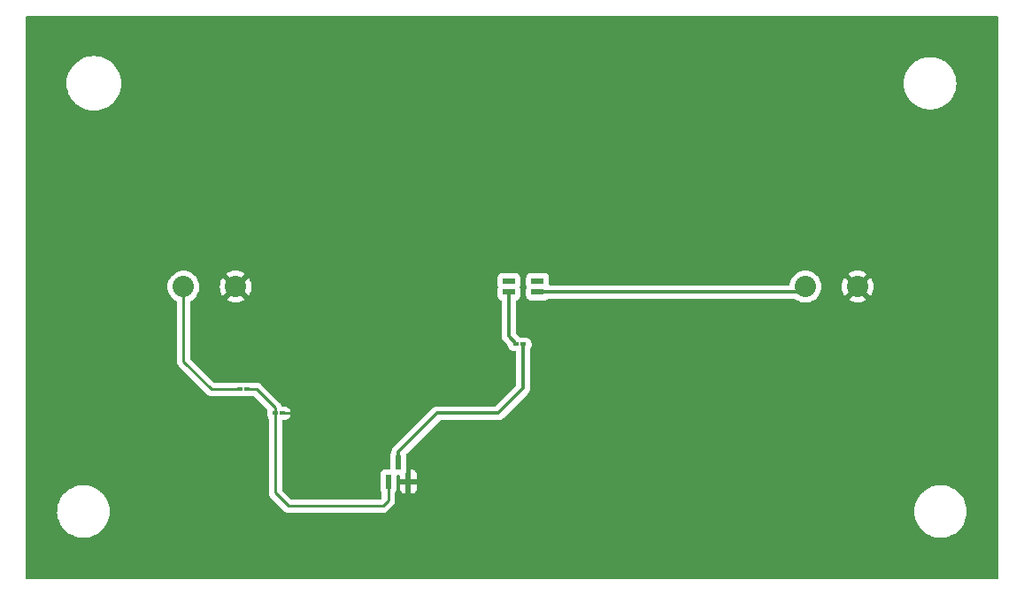
<source format=gbr>
%TF.GenerationSoftware,KiCad,Pcbnew,(6.0.7)*%
%TF.CreationDate,2022-09-23T13:32:51-07:00*%
%TF.ProjectId,saras_ckt,73617261-735f-4636-9b74-2e6b69636164,rev?*%
%TF.SameCoordinates,Original*%
%TF.FileFunction,Copper,L1,Top*%
%TF.FilePolarity,Positive*%
%FSLAX46Y46*%
G04 Gerber Fmt 4.6, Leading zero omitted, Abs format (unit mm)*
G04 Created by KiCad (PCBNEW (6.0.7)) date 2022-09-23 13:32:51*
%MOMM*%
%LPD*%
G01*
G04 APERTURE LIST*
G04 Aperture macros list*
%AMRoundRect*
0 Rectangle with rounded corners*
0 $1 Rounding radius*
0 $2 $3 $4 $5 $6 $7 $8 $9 X,Y pos of 4 corners*
0 Add a 4 corners polygon primitive as box body*
4,1,4,$2,$3,$4,$5,$6,$7,$8,$9,$2,$3,0*
0 Add four circle primitives for the rounded corners*
1,1,$1+$1,$2,$3*
1,1,$1+$1,$4,$5*
1,1,$1+$1,$6,$7*
1,1,$1+$1,$8,$9*
0 Add four rect primitives between the rounded corners*
20,1,$1+$1,$2,$3,$4,$5,0*
20,1,$1+$1,$4,$5,$6,$7,0*
20,1,$1+$1,$6,$7,$8,$9,0*
20,1,$1+$1,$8,$9,$2,$3,0*%
G04 Aperture macros list end*
%TA.AperFunction,SMDPad,CuDef*%
%ADD10RoundRect,0.075000X-0.212500X-0.075000X0.212500X-0.075000X0.212500X0.075000X-0.212500X0.075000X0*%
%TD*%
%TA.AperFunction,ComponentPad*%
%ADD11C,2.032000*%
%TD*%
%TA.AperFunction,SMDPad,CuDef*%
%ADD12R,1.168400X0.558800*%
%TD*%
%TA.AperFunction,SMDPad,CuDef*%
%ADD13R,0.558800X1.320800*%
%TD*%
%TA.AperFunction,Conductor*%
%ADD14C,0.250000*%
%TD*%
%TA.AperFunction,Conductor*%
%ADD15C,0.300000*%
%TD*%
G04 APERTURE END LIST*
D10*
%TO.P,R3,2*%
%TO.N,Net-(R3-Pad2)*%
X148074200Y-131991000D03*
%TO.P,R3,1*%
%TO.N,Net-(LED1-Pad1)*%
X147399200Y-131991000D03*
%TD*%
%TO.P,R2,2*%
%TO.N,GND*%
X125037201Y-138595000D03*
%TO.P,R2,1*%
%TO.N,Net-(R1-Pad2)*%
X124362201Y-138595000D03*
%TD*%
D11*
%TO.P,J2,2,2*%
%TO.N,GND*%
X180076700Y-126475000D03*
%TO.P,J2,1,1*%
%TO.N,Net-(J2-Pad1)*%
X175076700Y-126475000D03*
%TD*%
%TO.P,J1,1,1*%
%TO.N,Net-(J1-Pad1)*%
X115576700Y-126475000D03*
%TO.P,J1,2,2*%
%TO.N,GND*%
X120576700Y-126475000D03*
%TD*%
D10*
%TO.P,R1,2*%
%TO.N,Net-(R1-Pad2)*%
X121658200Y-136309000D03*
%TO.P,R1,1*%
%TO.N,Net-(J1-Pad1)*%
X120983200Y-136309000D03*
%TD*%
D12*
%TO.P,LED1,4*%
%TO.N,N/C*%
X149448300Y-125950000D03*
%TO.P,LED1,3*%
X146705100Y-125950000D03*
%TO.P,LED1,2,2*%
%TO.N,Net-(J2-Pad1)*%
X149448300Y-127000000D03*
%TO.P,LED1,1,1*%
%TO.N,Net-(LED1-Pad1)*%
X146705100Y-127000000D03*
%TD*%
D13*
%TO.P,U1,3,COLLECTOR*%
%TO.N,Net-(R3-Pad2)*%
X136133700Y-143335750D03*
%TO.P,U1,2,EMITTER*%
%TO.N,GND*%
X137086200Y-145128200D03*
%TO.P,U1,1,BASE*%
%TO.N,Net-(R1-Pad2)*%
X135181200Y-145128200D03*
%TD*%
D14*
%TO.N,Net-(J1-Pad1)*%
X118272700Y-136309000D02*
X120983200Y-136309000D01*
X115576700Y-126475000D02*
X115576700Y-133613000D01*
X115576700Y-133613000D02*
X118272700Y-136309000D01*
D15*
%TO.N,Net-(J2-Pad1)*%
X174551700Y-127000000D02*
X175076700Y-126475000D01*
X149448300Y-127000000D02*
X174551700Y-127000000D01*
%TO.N,Net-(LED1-Pad1)*%
X147399200Y-131932900D02*
X146695300Y-131229000D01*
X147399200Y-131991000D02*
X147399200Y-131932900D01*
X146695300Y-131229000D02*
X146705100Y-131219200D01*
X146705100Y-131219200D02*
X146705100Y-127000000D01*
D14*
%TO.N,Net-(R1-Pad2)*%
X124362201Y-138595000D02*
X124362201Y-146208501D01*
X134655700Y-147485000D02*
X135189100Y-146951600D01*
X124362201Y-138080501D02*
X124362201Y-138595000D01*
X121658200Y-136309000D02*
X122590700Y-136309000D01*
X124362201Y-146208501D02*
X125638700Y-147485000D01*
X125638700Y-147485000D02*
X134274700Y-147485000D01*
X135189100Y-146951600D02*
X135181200Y-146943700D01*
X122590700Y-136309000D02*
X124362201Y-138080501D01*
X125638700Y-147485000D02*
X134655700Y-147485000D01*
X135181200Y-146943700D02*
X135181200Y-145128200D01*
D15*
%TO.N,Net-(R3-Pad2)*%
X136133700Y-142324000D02*
X139862700Y-138595000D01*
X136133700Y-142324000D02*
X136133700Y-143335750D01*
X148074200Y-136225500D02*
X148074200Y-131991000D01*
X139862700Y-138595000D02*
X145704700Y-138595000D01*
X145704700Y-138595000D02*
X148074200Y-136225500D01*
%TD*%
%TA.AperFunction,Conductor*%
%TO.N,GND*%
G36*
X193433621Y-100528502D02*
G01*
X193480114Y-100582158D01*
X193491500Y-100634500D01*
X193491500Y-154365500D01*
X193471498Y-154433621D01*
X193417842Y-154480114D01*
X193365500Y-154491500D01*
X100634500Y-154491500D01*
X100566379Y-154471498D01*
X100519886Y-154417842D01*
X100508500Y-154365500D01*
X100508500Y-148000000D01*
X103486540Y-148000000D01*
X103506359Y-148315020D01*
X103565505Y-148625072D01*
X103663044Y-148925266D01*
X103664731Y-148928852D01*
X103664733Y-148928856D01*
X103795750Y-149207283D01*
X103795754Y-149207290D01*
X103797438Y-149210869D01*
X103966568Y-149477375D01*
X104167767Y-149720582D01*
X104397860Y-149936654D01*
X104653221Y-150122184D01*
X104929821Y-150274247D01*
X104933490Y-150275700D01*
X104933495Y-150275702D01*
X105219628Y-150388990D01*
X105223298Y-150390443D01*
X105529025Y-150468940D01*
X105842179Y-150508500D01*
X106157821Y-150508500D01*
X106470975Y-150468940D01*
X106776702Y-150390443D01*
X106780372Y-150388990D01*
X107066505Y-150275702D01*
X107066510Y-150275700D01*
X107070179Y-150274247D01*
X107346779Y-150122184D01*
X107602140Y-149936654D01*
X107832233Y-149720582D01*
X108033432Y-149477375D01*
X108202562Y-149210869D01*
X108204246Y-149207290D01*
X108204250Y-149207283D01*
X108335267Y-148928856D01*
X108335269Y-148928852D01*
X108336956Y-148925266D01*
X108434495Y-148625072D01*
X108493641Y-148315020D01*
X108513460Y-148000000D01*
X108493641Y-147684980D01*
X108434495Y-147374928D01*
X108336956Y-147074734D01*
X108335267Y-147071144D01*
X108204250Y-146792717D01*
X108204246Y-146792710D01*
X108202562Y-146789131D01*
X108033432Y-146522625D01*
X107846447Y-146296600D01*
X107834758Y-146282470D01*
X107834757Y-146282469D01*
X107832233Y-146279418D01*
X107816028Y-146264200D01*
X107703710Y-146158727D01*
X107602140Y-146063346D01*
X107573436Y-146042491D01*
X107491554Y-145983001D01*
X107346779Y-145877816D01*
X107265755Y-145833272D01*
X107073648Y-145727660D01*
X107073647Y-145727659D01*
X107070179Y-145725753D01*
X107066510Y-145724300D01*
X107066505Y-145724298D01*
X106780372Y-145611010D01*
X106780371Y-145611010D01*
X106776702Y-145609557D01*
X106470975Y-145531060D01*
X106157821Y-145491500D01*
X105842179Y-145491500D01*
X105529025Y-145531060D01*
X105223298Y-145609557D01*
X105219629Y-145611010D01*
X105219628Y-145611010D01*
X104933495Y-145724298D01*
X104933490Y-145724300D01*
X104929821Y-145725753D01*
X104926353Y-145727659D01*
X104926352Y-145727660D01*
X104734246Y-145833272D01*
X104653221Y-145877816D01*
X104508446Y-145983001D01*
X104426565Y-146042491D01*
X104397860Y-146063346D01*
X104296290Y-146158727D01*
X104183973Y-146264200D01*
X104167767Y-146279418D01*
X104165243Y-146282469D01*
X104165242Y-146282470D01*
X104153553Y-146296600D01*
X103966568Y-146522625D01*
X103797438Y-146789131D01*
X103795754Y-146792710D01*
X103795750Y-146792717D01*
X103664733Y-147071144D01*
X103663044Y-147074734D01*
X103565505Y-147374928D01*
X103506359Y-147684980D01*
X103506110Y-147688942D01*
X103488986Y-147961134D01*
X103488833Y-147963559D01*
X103486540Y-148000000D01*
X100508500Y-148000000D01*
X100508500Y-126475000D01*
X114047486Y-126475000D01*
X114066313Y-126714222D01*
X114067467Y-126719029D01*
X114067468Y-126719035D01*
X114102743Y-126865963D01*
X114122331Y-126947553D01*
X114214160Y-127169249D01*
X114339540Y-127373849D01*
X114342757Y-127377616D01*
X114342758Y-127377617D01*
X114359411Y-127397115D01*
X114495382Y-127556318D01*
X114677851Y-127712160D01*
X114791815Y-127781998D01*
X114882451Y-127837540D01*
X114881270Y-127839468D01*
X114926056Y-127881816D01*
X114943200Y-127945270D01*
X114943200Y-133534233D01*
X114942673Y-133545416D01*
X114940998Y-133552909D01*
X114941247Y-133560835D01*
X114941247Y-133560836D01*
X114943138Y-133620986D01*
X114943200Y-133624945D01*
X114943200Y-133652856D01*
X114943697Y-133656790D01*
X114943697Y-133656791D01*
X114943705Y-133656856D01*
X114944638Y-133668693D01*
X114946027Y-133712889D01*
X114951678Y-133732339D01*
X114955687Y-133751700D01*
X114958226Y-133771797D01*
X114961145Y-133779168D01*
X114961145Y-133779170D01*
X114974504Y-133812912D01*
X114978349Y-133824142D01*
X114990682Y-133866593D01*
X114994715Y-133873412D01*
X114994717Y-133873417D01*
X115000993Y-133884028D01*
X115009688Y-133901776D01*
X115017148Y-133920617D01*
X115021810Y-133927033D01*
X115021810Y-133927034D01*
X115043136Y-133956387D01*
X115049652Y-133966307D01*
X115072158Y-134004362D01*
X115086479Y-134018683D01*
X115099319Y-134033716D01*
X115111228Y-134050107D01*
X115117334Y-134055158D01*
X115145305Y-134078298D01*
X115154084Y-134086288D01*
X117769048Y-136701253D01*
X117776588Y-136709539D01*
X117780700Y-136716018D01*
X117786477Y-136721443D01*
X117830351Y-136762643D01*
X117833193Y-136765398D01*
X117852930Y-136785135D01*
X117856127Y-136787615D01*
X117865147Y-136795318D01*
X117897379Y-136825586D01*
X117904325Y-136829405D01*
X117904328Y-136829407D01*
X117915134Y-136835348D01*
X117931653Y-136846199D01*
X117947659Y-136858614D01*
X117954928Y-136861759D01*
X117954932Y-136861762D01*
X117988237Y-136876174D01*
X117998887Y-136881391D01*
X118037640Y-136902695D01*
X118045315Y-136904666D01*
X118045316Y-136904666D01*
X118057262Y-136907733D01*
X118075967Y-136914137D01*
X118094555Y-136922181D01*
X118102378Y-136923420D01*
X118102388Y-136923423D01*
X118138224Y-136929099D01*
X118149844Y-136931505D01*
X118184989Y-136940528D01*
X118192670Y-136942500D01*
X118212924Y-136942500D01*
X118232634Y-136944051D01*
X118252643Y-136947220D01*
X118260535Y-136946474D01*
X118296661Y-136943059D01*
X118308519Y-136942500D01*
X120569215Y-136942500D01*
X120602260Y-136949070D01*
X120602766Y-136947183D01*
X120610751Y-136949322D01*
X120618376Y-136952481D01*
X120626560Y-136953558D01*
X120626562Y-136953559D01*
X120728369Y-136966962D01*
X120728370Y-136966962D01*
X120732456Y-136967500D01*
X121233944Y-136967500D01*
X121304256Y-136958243D01*
X121337144Y-136958243D01*
X121407456Y-136967500D01*
X121908944Y-136967500D01*
X121913030Y-136966962D01*
X121913031Y-136966962D01*
X122014838Y-136953559D01*
X122014840Y-136953558D01*
X122023024Y-136952481D01*
X122030649Y-136949322D01*
X122038634Y-136947183D01*
X122039140Y-136949070D01*
X122072185Y-136942500D01*
X122276106Y-136942500D01*
X122344227Y-136962502D01*
X122365201Y-136979405D01*
X123572139Y-138186344D01*
X123606165Y-138248656D01*
X123599453Y-138323657D01*
X123581220Y-138367676D01*
X123566201Y-138481756D01*
X123566201Y-138708244D01*
X123581220Y-138822324D01*
X123640015Y-138964268D01*
X123693882Y-139034468D01*
X123702663Y-139045912D01*
X123728264Y-139112132D01*
X123728701Y-139122616D01*
X123728701Y-146129734D01*
X123728174Y-146140917D01*
X123726499Y-146148410D01*
X123726748Y-146156336D01*
X123726748Y-146156337D01*
X123728639Y-146216487D01*
X123728701Y-146220446D01*
X123728701Y-146248357D01*
X123729198Y-146252291D01*
X123729198Y-146252292D01*
X123729206Y-146252357D01*
X123730139Y-146264194D01*
X123731528Y-146308390D01*
X123737179Y-146327840D01*
X123741188Y-146347201D01*
X123743727Y-146367298D01*
X123746646Y-146374669D01*
X123746646Y-146374671D01*
X123760005Y-146408413D01*
X123763850Y-146419643D01*
X123776183Y-146462094D01*
X123780216Y-146468913D01*
X123780218Y-146468918D01*
X123786494Y-146479529D01*
X123795189Y-146497277D01*
X123802649Y-146516118D01*
X123807311Y-146522534D01*
X123807311Y-146522535D01*
X123828637Y-146551888D01*
X123835153Y-146561808D01*
X123857659Y-146599863D01*
X123871980Y-146614184D01*
X123884820Y-146629217D01*
X123896729Y-146645608D01*
X123902835Y-146650659D01*
X123930806Y-146673799D01*
X123939585Y-146681789D01*
X125135043Y-147877247D01*
X125142587Y-147885537D01*
X125146700Y-147892018D01*
X125152477Y-147897443D01*
X125196367Y-147938658D01*
X125199209Y-147941413D01*
X125218930Y-147961134D01*
X125222125Y-147963612D01*
X125231147Y-147971318D01*
X125263379Y-148001586D01*
X125270328Y-148005406D01*
X125281132Y-148011346D01*
X125297656Y-148022199D01*
X125313659Y-148034613D01*
X125354243Y-148052176D01*
X125364873Y-148057383D01*
X125403640Y-148078695D01*
X125411317Y-148080666D01*
X125411322Y-148080668D01*
X125423258Y-148083732D01*
X125441966Y-148090137D01*
X125460555Y-148098181D01*
X125468383Y-148099421D01*
X125468390Y-148099423D01*
X125504224Y-148105099D01*
X125515844Y-148107505D01*
X125547659Y-148115673D01*
X125558670Y-148118500D01*
X125578924Y-148118500D01*
X125598634Y-148120051D01*
X125618643Y-148123220D01*
X125626535Y-148122474D01*
X125645280Y-148120702D01*
X125662662Y-148119059D01*
X125674519Y-148118500D01*
X134576933Y-148118500D01*
X134588116Y-148119027D01*
X134595609Y-148120702D01*
X134603535Y-148120453D01*
X134603536Y-148120453D01*
X134663686Y-148118562D01*
X134667645Y-148118500D01*
X134695556Y-148118500D01*
X134699491Y-148118003D01*
X134699556Y-148117995D01*
X134711393Y-148117062D01*
X134743651Y-148116048D01*
X134747670Y-148115922D01*
X134755589Y-148115673D01*
X134775043Y-148110021D01*
X134794400Y-148106013D01*
X134806630Y-148104468D01*
X134806631Y-148104468D01*
X134814497Y-148103474D01*
X134821868Y-148100555D01*
X134821870Y-148100555D01*
X134855612Y-148087196D01*
X134866842Y-148083351D01*
X134901683Y-148073229D01*
X134901684Y-148073229D01*
X134909293Y-148071018D01*
X134916112Y-148066985D01*
X134916117Y-148066983D01*
X134926728Y-148060707D01*
X134944476Y-148052012D01*
X134963317Y-148044552D01*
X134983687Y-148029753D01*
X134999087Y-148018564D01*
X135009007Y-148012048D01*
X135029379Y-148000000D01*
X185486540Y-148000000D01*
X185506359Y-148315020D01*
X185565505Y-148625072D01*
X185663044Y-148925266D01*
X185664731Y-148928852D01*
X185664733Y-148928856D01*
X185795750Y-149207283D01*
X185795754Y-149207290D01*
X185797438Y-149210869D01*
X185966568Y-149477375D01*
X186167767Y-149720582D01*
X186397860Y-149936654D01*
X186653221Y-150122184D01*
X186929821Y-150274247D01*
X186933490Y-150275700D01*
X186933495Y-150275702D01*
X187219628Y-150388990D01*
X187223298Y-150390443D01*
X187529025Y-150468940D01*
X187842179Y-150508500D01*
X188157821Y-150508500D01*
X188470975Y-150468940D01*
X188776702Y-150390443D01*
X188780372Y-150388990D01*
X189066505Y-150275702D01*
X189066510Y-150275700D01*
X189070179Y-150274247D01*
X189346779Y-150122184D01*
X189602140Y-149936654D01*
X189832233Y-149720582D01*
X190033432Y-149477375D01*
X190202562Y-149210869D01*
X190204246Y-149207290D01*
X190204250Y-149207283D01*
X190335267Y-148928856D01*
X190335269Y-148928852D01*
X190336956Y-148925266D01*
X190434495Y-148625072D01*
X190493641Y-148315020D01*
X190513460Y-148000000D01*
X190493641Y-147684980D01*
X190434495Y-147374928D01*
X190336956Y-147074734D01*
X190335267Y-147071144D01*
X190204250Y-146792717D01*
X190204246Y-146792710D01*
X190202562Y-146789131D01*
X190033432Y-146522625D01*
X189846447Y-146296600D01*
X189834758Y-146282470D01*
X189834757Y-146282469D01*
X189832233Y-146279418D01*
X189816028Y-146264200D01*
X189703710Y-146158727D01*
X189602140Y-146063346D01*
X189573436Y-146042491D01*
X189491554Y-145983001D01*
X189346779Y-145877816D01*
X189265755Y-145833272D01*
X189073648Y-145727660D01*
X189073647Y-145727659D01*
X189070179Y-145725753D01*
X189066510Y-145724300D01*
X189066505Y-145724298D01*
X188780372Y-145611010D01*
X188780371Y-145611010D01*
X188776702Y-145609557D01*
X188470975Y-145531060D01*
X188157821Y-145491500D01*
X187842179Y-145491500D01*
X187529025Y-145531060D01*
X187223298Y-145609557D01*
X187219629Y-145611010D01*
X187219628Y-145611010D01*
X186933495Y-145724298D01*
X186933490Y-145724300D01*
X186929821Y-145725753D01*
X186926353Y-145727659D01*
X186926352Y-145727660D01*
X186734246Y-145833272D01*
X186653221Y-145877816D01*
X186508446Y-145983001D01*
X186426565Y-146042491D01*
X186397860Y-146063346D01*
X186296290Y-146158727D01*
X186183973Y-146264200D01*
X186167767Y-146279418D01*
X186165243Y-146282469D01*
X186165242Y-146282470D01*
X186153553Y-146296600D01*
X185966568Y-146522625D01*
X185797438Y-146789131D01*
X185795754Y-146792710D01*
X185795750Y-146792717D01*
X185664733Y-147071144D01*
X185663044Y-147074734D01*
X185565505Y-147374928D01*
X185506359Y-147684980D01*
X185506110Y-147688942D01*
X185488986Y-147961134D01*
X185488833Y-147963559D01*
X185486540Y-148000000D01*
X135029379Y-148000000D01*
X135040235Y-147993580D01*
X135040238Y-147993578D01*
X135047062Y-147989542D01*
X135061383Y-147975221D01*
X135076417Y-147962380D01*
X135078132Y-147961134D01*
X135092807Y-147950472D01*
X135120998Y-147916395D01*
X135128988Y-147907616D01*
X135586282Y-147450322D01*
X135604553Y-147435206D01*
X135604810Y-147435031D01*
X135611371Y-147430572D01*
X135648518Y-147388437D01*
X135653937Y-147382667D01*
X135665235Y-147371369D01*
X135675036Y-147358734D01*
X135680081Y-147352636D01*
X135711977Y-147316457D01*
X135717220Y-147310510D01*
X135720961Y-147303168D01*
X135733667Y-147283146D01*
X135733857Y-147282901D01*
X135738714Y-147276640D01*
X135741860Y-147269370D01*
X135741863Y-147269365D01*
X135761019Y-147225097D01*
X135764381Y-147217950D01*
X135789885Y-147167896D01*
X135791683Y-147159851D01*
X135799009Y-147137306D01*
X135799132Y-147137021D01*
X135802281Y-147129745D01*
X135811067Y-147074274D01*
X135812551Y-147066499D01*
X135823071Y-147019434D01*
X135824802Y-147011691D01*
X135824543Y-147003456D01*
X135826033Y-146979785D01*
X135826080Y-146979489D01*
X135826080Y-146979486D01*
X135827320Y-146971657D01*
X135822035Y-146915742D01*
X135821538Y-146907845D01*
X135820022Y-146859635D01*
X135819773Y-146851710D01*
X135817561Y-146844096D01*
X135816321Y-146836268D01*
X135817512Y-146836079D01*
X135814700Y-146816315D01*
X135814700Y-146206060D01*
X135834702Y-146137939D01*
X135839874Y-146130495D01*
X135847281Y-146120612D01*
X135911215Y-146035305D01*
X135962345Y-145898916D01*
X135969100Y-145836734D01*
X135969100Y-145833269D01*
X136298801Y-145833269D01*
X136299171Y-145840090D01*
X136304695Y-145890952D01*
X136308321Y-145906204D01*
X136353476Y-146026654D01*
X136362014Y-146042249D01*
X136438515Y-146144324D01*
X136451076Y-146156885D01*
X136553151Y-146233386D01*
X136568746Y-146241924D01*
X136689194Y-146287078D01*
X136704449Y-146290705D01*
X136755314Y-146296231D01*
X136762128Y-146296600D01*
X136814085Y-146296600D01*
X136829324Y-146292125D01*
X136830529Y-146290735D01*
X136832200Y-146283052D01*
X136832200Y-146278484D01*
X137340200Y-146278484D01*
X137344675Y-146293723D01*
X137346065Y-146294928D01*
X137353748Y-146296599D01*
X137410269Y-146296599D01*
X137417090Y-146296229D01*
X137467952Y-146290705D01*
X137483204Y-146287079D01*
X137603654Y-146241924D01*
X137619249Y-146233386D01*
X137721324Y-146156885D01*
X137733885Y-146144324D01*
X137810386Y-146042249D01*
X137818924Y-146026654D01*
X137864078Y-145906206D01*
X137867705Y-145890951D01*
X137873231Y-145840086D01*
X137873600Y-145833272D01*
X137873600Y-145400315D01*
X137869125Y-145385076D01*
X137867735Y-145383871D01*
X137860052Y-145382200D01*
X137358315Y-145382200D01*
X137343076Y-145386675D01*
X137341871Y-145388065D01*
X137340200Y-145395748D01*
X137340200Y-146278484D01*
X136832200Y-146278484D01*
X136832200Y-145400315D01*
X136827725Y-145385076D01*
X136826335Y-145383871D01*
X136818652Y-145382200D01*
X136316916Y-145382200D01*
X136301677Y-145386675D01*
X136300472Y-145388065D01*
X136298801Y-145395748D01*
X136298801Y-145833269D01*
X135969100Y-145833269D01*
X135969100Y-144630650D01*
X135989102Y-144562529D01*
X136042758Y-144516036D01*
X136095100Y-144504650D01*
X136172800Y-144504650D01*
X136240921Y-144524652D01*
X136287414Y-144578308D01*
X136298800Y-144630650D01*
X136298800Y-144856085D01*
X136303275Y-144871324D01*
X136304665Y-144872529D01*
X136312348Y-144874200D01*
X136814085Y-144874200D01*
X136829324Y-144869725D01*
X136830529Y-144868335D01*
X136832200Y-144860652D01*
X136832200Y-144856085D01*
X137340200Y-144856085D01*
X137344675Y-144871324D01*
X137346065Y-144872529D01*
X137353748Y-144874200D01*
X137855484Y-144874200D01*
X137870723Y-144869725D01*
X137871928Y-144868335D01*
X137873599Y-144860652D01*
X137873599Y-144423131D01*
X137873229Y-144416310D01*
X137867705Y-144365448D01*
X137864079Y-144350196D01*
X137818924Y-144229746D01*
X137810386Y-144214151D01*
X137733885Y-144112076D01*
X137721324Y-144099515D01*
X137619249Y-144023014D01*
X137603654Y-144014476D01*
X137483206Y-143969322D01*
X137467951Y-143965695D01*
X137417086Y-143960169D01*
X137410272Y-143959800D01*
X137358315Y-143959800D01*
X137343076Y-143964275D01*
X137341871Y-143965665D01*
X137340200Y-143973348D01*
X137340200Y-144856085D01*
X136832200Y-144856085D01*
X136832200Y-144326881D01*
X136852202Y-144258760D01*
X136857373Y-144251317D01*
X136858329Y-144250041D01*
X136863715Y-144242855D01*
X136914845Y-144106466D01*
X136921600Y-144044284D01*
X136921600Y-142627216D01*
X136914845Y-142565034D01*
X136912895Y-142559833D01*
X136916544Y-142489970D01*
X136946329Y-142442630D01*
X140098554Y-139290405D01*
X140160866Y-139256379D01*
X140187649Y-139253500D01*
X145622644Y-139253500D01*
X145634500Y-139254059D01*
X145634503Y-139254059D01*
X145642237Y-139255788D01*
X145713069Y-139253562D01*
X145717027Y-139253500D01*
X145746132Y-139253500D01*
X145750532Y-139252944D01*
X145762364Y-139252012D01*
X145808531Y-139250562D01*
X145829121Y-139244580D01*
X145848482Y-139240570D01*
X145860344Y-139239072D01*
X145861904Y-139238875D01*
X145861905Y-139238875D01*
X145869764Y-139237882D01*
X145877129Y-139234966D01*
X145877133Y-139234965D01*
X145912721Y-139220874D01*
X145923931Y-139217035D01*
X145968300Y-139204145D01*
X145986765Y-139193225D01*
X146004505Y-139184534D01*
X146024456Y-139176635D01*
X146061829Y-139149482D01*
X146071748Y-139142967D01*
X146104677Y-139123493D01*
X146104681Y-139123490D01*
X146111507Y-139119453D01*
X146126671Y-139104289D01*
X146141705Y-139091448D01*
X146152643Y-139083501D01*
X146159057Y-139078841D01*
X146188503Y-139043247D01*
X146196492Y-139034468D01*
X148481805Y-136749155D01*
X148490585Y-136741165D01*
X148490587Y-136741163D01*
X148497280Y-136736916D01*
X148516905Y-136716018D01*
X148545804Y-136685243D01*
X148548559Y-136682401D01*
X148569127Y-136661833D01*
X148571847Y-136658326D01*
X148579553Y-136649304D01*
X148605744Y-136621413D01*
X148611172Y-136615633D01*
X148614994Y-136608681D01*
X148621503Y-136596842D01*
X148632357Y-136580318D01*
X148640645Y-136569632D01*
X148645504Y-136563368D01*
X148648652Y-136556094D01*
X148663854Y-136520965D01*
X148669076Y-136510305D01*
X148687505Y-136476784D01*
X148687506Y-136476782D01*
X148691324Y-136469837D01*
X148696659Y-136449059D01*
X148703058Y-136430369D01*
X148711580Y-136410676D01*
X148718806Y-136365052D01*
X148721213Y-136353429D01*
X148730728Y-136316368D01*
X148732700Y-136308688D01*
X148732700Y-136287241D01*
X148734251Y-136267531D01*
X148736366Y-136254177D01*
X148737606Y-136246348D01*
X148733259Y-136200359D01*
X148732700Y-136188504D01*
X148732700Y-132486036D01*
X148752702Y-132417915D01*
X148758737Y-132409333D01*
X148791357Y-132366821D01*
X148796386Y-132360267D01*
X148855181Y-132218324D01*
X148870200Y-132104244D01*
X148870200Y-131877756D01*
X148855181Y-131763676D01*
X148831559Y-131706646D01*
X148799546Y-131629362D01*
X148796386Y-131621732D01*
X148702857Y-131499843D01*
X148683502Y-131484991D01*
X148620158Y-131436386D01*
X148580967Y-131406314D01*
X148439024Y-131347519D01*
X148345870Y-131335255D01*
X148329031Y-131333038D01*
X148329030Y-131333038D01*
X148324944Y-131332500D01*
X148148355Y-131332500D01*
X148124746Y-131330268D01*
X148123662Y-131330061D01*
X148123660Y-131330061D01*
X148115876Y-131328576D01*
X148057465Y-131332251D01*
X148049553Y-131332500D01*
X147823456Y-131332500D01*
X147802529Y-131335255D01*
X147732380Y-131324315D01*
X147696988Y-131299428D01*
X147400505Y-131002945D01*
X147366479Y-130940633D01*
X147363600Y-130913850D01*
X147363600Y-127881975D01*
X147383602Y-127813854D01*
X147437258Y-127767361D01*
X147445370Y-127763993D01*
X147527597Y-127733167D01*
X147536005Y-127730015D01*
X147652561Y-127642661D01*
X147739915Y-127526105D01*
X147791045Y-127389716D01*
X147797800Y-127327534D01*
X148355600Y-127327534D01*
X148362355Y-127389716D01*
X148413485Y-127526105D01*
X148500839Y-127642661D01*
X148617395Y-127730015D01*
X148753784Y-127781145D01*
X148815966Y-127787900D01*
X150080634Y-127787900D01*
X150142816Y-127781145D01*
X150279205Y-127730015D01*
X150341039Y-127683673D01*
X150407543Y-127658826D01*
X150416602Y-127658500D01*
X174068540Y-127658500D01*
X174136661Y-127678502D01*
X174150369Y-127688688D01*
X174177851Y-127712160D01*
X174382451Y-127837540D01*
X174387021Y-127839433D01*
X174387023Y-127839434D01*
X174599574Y-127927475D01*
X174604147Y-127929369D01*
X174670379Y-127945270D01*
X174832665Y-127984232D01*
X174832671Y-127984233D01*
X174837478Y-127985387D01*
X175076700Y-128004214D01*
X175315922Y-127985387D01*
X175320729Y-127984233D01*
X175320735Y-127984232D01*
X175483021Y-127945270D01*
X175549253Y-127929369D01*
X175553826Y-127927475D01*
X175766377Y-127839434D01*
X175766379Y-127839433D01*
X175770949Y-127837540D01*
X175963888Y-127719306D01*
X179197224Y-127719306D01*
X179202951Y-127726956D01*
X179378459Y-127834507D01*
X179387253Y-127838988D01*
X179599729Y-127926998D01*
X179609114Y-127930047D01*
X179832744Y-127983737D01*
X179842491Y-127985280D01*
X180071770Y-128003325D01*
X180081630Y-128003325D01*
X180310909Y-127985280D01*
X180320656Y-127983737D01*
X180544286Y-127930047D01*
X180553671Y-127926998D01*
X180766147Y-127838988D01*
X180774941Y-127834507D01*
X180946783Y-127729203D01*
X180956243Y-127718747D01*
X180952459Y-127709969D01*
X180089512Y-126847022D01*
X180075568Y-126839408D01*
X180073735Y-126839539D01*
X180067120Y-126843790D01*
X179203984Y-127706926D01*
X179197224Y-127719306D01*
X175963888Y-127719306D01*
X175975549Y-127712160D01*
X176158018Y-127556318D01*
X176293989Y-127397115D01*
X176310642Y-127377617D01*
X176310643Y-127377616D01*
X176313860Y-127373849D01*
X176439240Y-127169249D01*
X176531069Y-126947553D01*
X176550657Y-126865963D01*
X176585932Y-126719035D01*
X176585933Y-126719029D01*
X176587087Y-126714222D01*
X176605526Y-126479930D01*
X178548375Y-126479930D01*
X178566420Y-126709209D01*
X178567963Y-126718956D01*
X178621653Y-126942586D01*
X178624702Y-126951971D01*
X178712712Y-127164447D01*
X178717193Y-127173241D01*
X178822497Y-127345083D01*
X178832953Y-127354543D01*
X178841731Y-127350759D01*
X179704678Y-126487812D01*
X179711056Y-126476132D01*
X180441108Y-126476132D01*
X180441239Y-126477965D01*
X180445490Y-126484580D01*
X181308626Y-127347716D01*
X181321006Y-127354476D01*
X181328656Y-127348749D01*
X181436207Y-127173241D01*
X181440688Y-127164447D01*
X181528698Y-126951971D01*
X181531747Y-126942586D01*
X181585437Y-126718956D01*
X181586980Y-126709209D01*
X181605025Y-126479930D01*
X181605025Y-126470070D01*
X181586980Y-126240791D01*
X181585437Y-126231044D01*
X181531747Y-126007414D01*
X181528698Y-125998029D01*
X181440688Y-125785553D01*
X181436207Y-125776759D01*
X181330903Y-125604917D01*
X181320447Y-125595457D01*
X181311669Y-125599241D01*
X180448722Y-126462188D01*
X180441108Y-126476132D01*
X179711056Y-126476132D01*
X179712292Y-126473868D01*
X179712161Y-126472035D01*
X179707910Y-126465420D01*
X178844774Y-125602284D01*
X178832394Y-125595524D01*
X178824744Y-125601251D01*
X178717193Y-125776759D01*
X178712712Y-125785553D01*
X178624702Y-125998029D01*
X178621653Y-126007414D01*
X178567963Y-126231044D01*
X178566420Y-126240791D01*
X178548375Y-126470070D01*
X178548375Y-126479930D01*
X176605526Y-126479930D01*
X176605914Y-126475000D01*
X176587087Y-126235778D01*
X176585933Y-126230971D01*
X176585932Y-126230965D01*
X176532224Y-126007259D01*
X176531069Y-126002447D01*
X176439240Y-125780751D01*
X176313860Y-125576151D01*
X176300309Y-125560284D01*
X176161231Y-125397444D01*
X176158018Y-125393682D01*
X175975549Y-125237840D01*
X175964800Y-125231253D01*
X179197157Y-125231253D01*
X179200941Y-125240031D01*
X180063888Y-126102978D01*
X180077832Y-126110592D01*
X180079665Y-126110461D01*
X180086280Y-126106210D01*
X180949416Y-125243074D01*
X180956176Y-125230694D01*
X180950449Y-125223044D01*
X180774941Y-125115493D01*
X180766147Y-125111012D01*
X180553671Y-125023002D01*
X180544286Y-125019953D01*
X180320656Y-124966263D01*
X180310909Y-124964720D01*
X180081630Y-124946675D01*
X180071770Y-124946675D01*
X179842491Y-124964720D01*
X179832744Y-124966263D01*
X179609114Y-125019953D01*
X179599729Y-125023002D01*
X179387253Y-125111012D01*
X179378459Y-125115493D01*
X179206617Y-125220797D01*
X179197157Y-125231253D01*
X175964800Y-125231253D01*
X175770949Y-125112460D01*
X175766379Y-125110567D01*
X175766377Y-125110566D01*
X175553826Y-125022525D01*
X175553824Y-125022524D01*
X175549253Y-125020631D01*
X175467663Y-125001043D01*
X175320735Y-124965768D01*
X175320729Y-124965767D01*
X175315922Y-124964613D01*
X175076700Y-124945786D01*
X174837478Y-124964613D01*
X174832671Y-124965767D01*
X174832665Y-124965768D01*
X174685737Y-125001043D01*
X174604147Y-125020631D01*
X174599576Y-125022524D01*
X174599574Y-125022525D01*
X174387023Y-125110566D01*
X174387021Y-125110567D01*
X174382451Y-125112460D01*
X174177851Y-125237840D01*
X173995382Y-125393682D01*
X173992169Y-125397444D01*
X173853092Y-125560284D01*
X173839540Y-125576151D01*
X173714160Y-125780751D01*
X173622331Y-126002447D01*
X173621176Y-126007259D01*
X173567468Y-126230965D01*
X173567467Y-126230971D01*
X173566313Y-126235778D01*
X173566270Y-126236320D01*
X173536384Y-126299364D01*
X173476115Y-126336891D01*
X173442347Y-126341500D01*
X150667000Y-126341500D01*
X150598879Y-126321498D01*
X150552386Y-126267842D01*
X150541000Y-126215500D01*
X150541000Y-125622466D01*
X150534245Y-125560284D01*
X150483115Y-125423895D01*
X150395761Y-125307339D01*
X150279205Y-125219985D01*
X150142816Y-125168855D01*
X150080634Y-125162100D01*
X148815966Y-125162100D01*
X148753784Y-125168855D01*
X148617395Y-125219985D01*
X148500839Y-125307339D01*
X148413485Y-125423895D01*
X148362355Y-125560284D01*
X148355600Y-125622466D01*
X148355600Y-126277534D01*
X148362355Y-126339716D01*
X148365129Y-126347115D01*
X148396490Y-126430770D01*
X148401673Y-126501577D01*
X148396491Y-126519228D01*
X148362355Y-126610284D01*
X148355600Y-126672466D01*
X148355600Y-127327534D01*
X147797800Y-127327534D01*
X147797800Y-126672466D01*
X147791045Y-126610284D01*
X147756910Y-126519229D01*
X147751727Y-126448423D01*
X147756910Y-126430770D01*
X147788271Y-126347115D01*
X147791045Y-126339716D01*
X147797800Y-126277534D01*
X147797800Y-125622466D01*
X147791045Y-125560284D01*
X147739915Y-125423895D01*
X147652561Y-125307339D01*
X147536005Y-125219985D01*
X147399616Y-125168855D01*
X147337434Y-125162100D01*
X146072766Y-125162100D01*
X146010584Y-125168855D01*
X145874195Y-125219985D01*
X145757639Y-125307339D01*
X145670285Y-125423895D01*
X145619155Y-125560284D01*
X145612400Y-125622466D01*
X145612400Y-126277534D01*
X145619155Y-126339716D01*
X145621929Y-126347115D01*
X145653290Y-126430770D01*
X145658473Y-126501577D01*
X145653291Y-126519228D01*
X145619155Y-126610284D01*
X145612400Y-126672466D01*
X145612400Y-127327534D01*
X145619155Y-127389716D01*
X145670285Y-127526105D01*
X145757639Y-127642661D01*
X145874195Y-127730015D01*
X145882603Y-127733167D01*
X145964830Y-127763993D01*
X146021594Y-127806635D01*
X146046294Y-127873197D01*
X146046600Y-127881975D01*
X146046600Y-131098551D01*
X146043565Y-131126035D01*
X146034512Y-131166537D01*
X146034761Y-131174460D01*
X146034761Y-131174461D01*
X146034796Y-131175558D01*
X146033306Y-131199237D01*
X146031894Y-131208152D01*
X146032640Y-131216044D01*
X146037402Y-131266426D01*
X146037899Y-131274324D01*
X146039738Y-131332831D01*
X146041951Y-131340447D01*
X146042255Y-131341494D01*
X146046701Y-131364799D01*
X146047551Y-131373789D01*
X146061070Y-131411341D01*
X146067377Y-131428859D01*
X146069823Y-131436386D01*
X146086155Y-131492600D01*
X146090755Y-131500378D01*
X146100846Y-131521823D01*
X146103908Y-131530329D01*
X146108363Y-131536884D01*
X146136813Y-131578746D01*
X146141050Y-131585422D01*
X146170847Y-131635807D01*
X146177231Y-131642191D01*
X146192348Y-131660463D01*
X146197426Y-131667935D01*
X146203374Y-131673179D01*
X146203375Y-131673180D01*
X146241335Y-131706646D01*
X146247105Y-131712065D01*
X146567485Y-132032445D01*
X146601511Y-132094757D01*
X146603312Y-132105092D01*
X146618219Y-132218324D01*
X146677014Y-132360268D01*
X146770543Y-132482157D01*
X146892433Y-132575686D01*
X147034376Y-132634481D01*
X147105547Y-132643851D01*
X147144369Y-132648962D01*
X147144370Y-132648962D01*
X147148456Y-132649500D01*
X147289700Y-132649500D01*
X147357821Y-132669502D01*
X147404314Y-132723158D01*
X147415700Y-132775500D01*
X147415700Y-135900550D01*
X147395698Y-135968671D01*
X147378795Y-135989645D01*
X145468845Y-137899595D01*
X145406533Y-137933621D01*
X145379750Y-137936500D01*
X139944756Y-137936500D01*
X139932900Y-137935941D01*
X139932897Y-137935941D01*
X139925163Y-137934212D01*
X139870146Y-137935941D01*
X139854331Y-137936438D01*
X139850373Y-137936500D01*
X139821268Y-137936500D01*
X139816868Y-137937056D01*
X139805036Y-137937988D01*
X139758869Y-137939438D01*
X139738279Y-137945420D01*
X139718918Y-137949430D01*
X139711930Y-137950312D01*
X139705496Y-137951125D01*
X139705495Y-137951125D01*
X139697636Y-137952118D01*
X139690271Y-137955034D01*
X139690267Y-137955035D01*
X139654679Y-137969126D01*
X139643469Y-137972965D01*
X139599100Y-137985855D01*
X139580643Y-137996771D01*
X139562893Y-138005466D01*
X139542944Y-138013365D01*
X139536533Y-138018023D01*
X139536531Y-138018024D01*
X139505564Y-138040523D01*
X139495646Y-138047038D01*
X139455893Y-138070548D01*
X139440732Y-138085709D01*
X139425700Y-138098548D01*
X139408343Y-138111159D01*
X139378893Y-138146758D01*
X139370903Y-138155538D01*
X135726095Y-141800345D01*
X135717315Y-141808335D01*
X135717313Y-141808337D01*
X135710620Y-141812584D01*
X135705194Y-141818362D01*
X135705193Y-141818363D01*
X135662096Y-141864257D01*
X135659341Y-141867099D01*
X135638773Y-141887667D01*
X135636056Y-141891170D01*
X135628348Y-141900195D01*
X135596728Y-141933867D01*
X135592907Y-141940818D01*
X135592906Y-141940819D01*
X135586397Y-141952658D01*
X135575543Y-141969182D01*
X135567718Y-141979271D01*
X135562396Y-141986132D01*
X135559249Y-141993404D01*
X135559248Y-141993406D01*
X135544046Y-142028535D01*
X135538824Y-142039195D01*
X135516576Y-142079663D01*
X135511241Y-142100441D01*
X135504842Y-142119131D01*
X135496320Y-142138824D01*
X135495080Y-142146655D01*
X135489094Y-142184448D01*
X135486687Y-142196071D01*
X135475200Y-142240812D01*
X135475200Y-142262259D01*
X135473649Y-142281969D01*
X135470294Y-142303152D01*
X135470306Y-142303283D01*
X135446268Y-142371827D01*
X135403685Y-142428645D01*
X135352555Y-142565034D01*
X135345800Y-142627216D01*
X135345800Y-143833300D01*
X135325798Y-143901421D01*
X135272142Y-143947914D01*
X135219800Y-143959300D01*
X134853666Y-143959300D01*
X134791484Y-143966055D01*
X134655095Y-144017185D01*
X134538539Y-144104539D01*
X134451185Y-144221095D01*
X134400055Y-144357484D01*
X134393300Y-144419666D01*
X134393300Y-145836734D01*
X134400055Y-145898916D01*
X134451185Y-146035305D01*
X134515119Y-146120612D01*
X134522526Y-146130495D01*
X134547374Y-146197001D01*
X134547700Y-146206060D01*
X134547700Y-146644905D01*
X134527698Y-146713026D01*
X134510795Y-146734001D01*
X134430199Y-146814596D01*
X134367886Y-146848621D01*
X134341104Y-146851500D01*
X125953295Y-146851500D01*
X125885174Y-146831498D01*
X125864200Y-146814595D01*
X125032606Y-145983001D01*
X124998580Y-145920689D01*
X124995701Y-145893906D01*
X124995701Y-139356213D01*
X125015703Y-139288092D01*
X125069359Y-139241599D01*
X125139633Y-139231495D01*
X125173964Y-139247174D01*
X125200749Y-139253000D01*
X125283793Y-139253000D01*
X125292001Y-139252462D01*
X125393706Y-139239072D01*
X125409526Y-139234833D01*
X125536087Y-139182410D01*
X125550270Y-139174221D01*
X125658949Y-139090829D01*
X125670529Y-139079250D01*
X125753924Y-138970566D01*
X125762111Y-138956385D01*
X125814534Y-138829825D01*
X125818773Y-138814005D01*
X125825493Y-138762960D01*
X125823282Y-138748778D01*
X125810125Y-138745000D01*
X125284201Y-138745000D01*
X125216080Y-138724998D01*
X125169587Y-138671342D01*
X125158201Y-138619000D01*
X125158201Y-138571000D01*
X125178203Y-138502879D01*
X125231859Y-138456386D01*
X125284201Y-138445000D01*
X125809743Y-138445000D01*
X125823514Y-138440956D01*
X125825543Y-138427417D01*
X125818773Y-138375995D01*
X125814534Y-138360175D01*
X125762111Y-138233614D01*
X125753922Y-138219431D01*
X125670530Y-138110752D01*
X125658951Y-138099172D01*
X125550267Y-138015777D01*
X125536086Y-138007590D01*
X125409526Y-137955167D01*
X125393706Y-137950928D01*
X125292001Y-137937538D01*
X125283793Y-137937000D01*
X125205316Y-137937000D01*
X125190077Y-137941475D01*
X125187674Y-137944248D01*
X125127948Y-137982632D01*
X125056951Y-137982632D01*
X124997225Y-137944249D01*
X124975297Y-137908120D01*
X124964399Y-137880595D01*
X124960555Y-137869366D01*
X124950431Y-137834523D01*
X124948219Y-137826908D01*
X124937908Y-137809473D01*
X124929213Y-137791725D01*
X124921753Y-137772884D01*
X124895765Y-137737114D01*
X124889249Y-137727194D01*
X124870781Y-137695966D01*
X124870779Y-137695963D01*
X124866743Y-137689139D01*
X124852422Y-137674818D01*
X124839581Y-137659784D01*
X124832332Y-137649807D01*
X124827673Y-137643394D01*
X124793596Y-137615203D01*
X124784817Y-137607213D01*
X123094352Y-135916747D01*
X123086812Y-135908461D01*
X123082700Y-135901982D01*
X123033048Y-135855356D01*
X123030207Y-135852602D01*
X123010470Y-135832865D01*
X123007273Y-135830385D01*
X122998251Y-135822680D01*
X122971800Y-135797841D01*
X122966021Y-135792414D01*
X122959075Y-135788595D01*
X122959072Y-135788593D01*
X122948266Y-135782652D01*
X122931747Y-135771801D01*
X122931283Y-135771441D01*
X122915741Y-135759386D01*
X122908472Y-135756241D01*
X122908468Y-135756238D01*
X122875163Y-135741826D01*
X122864513Y-135736609D01*
X122825760Y-135715305D01*
X122806137Y-135710267D01*
X122787434Y-135703863D01*
X122776120Y-135698967D01*
X122776119Y-135698967D01*
X122768845Y-135695819D01*
X122761022Y-135694580D01*
X122761012Y-135694577D01*
X122725176Y-135688901D01*
X122713556Y-135686495D01*
X122678411Y-135677472D01*
X122678410Y-135677472D01*
X122670730Y-135675500D01*
X122650476Y-135675500D01*
X122630765Y-135673949D01*
X122618586Y-135672020D01*
X122610757Y-135670780D01*
X122602865Y-135671526D01*
X122566739Y-135674941D01*
X122554881Y-135675500D01*
X122072185Y-135675500D01*
X122039140Y-135668930D01*
X122038634Y-135670817D01*
X122030649Y-135668678D01*
X122023024Y-135665519D01*
X122014840Y-135664442D01*
X122014838Y-135664441D01*
X121913031Y-135651038D01*
X121913030Y-135651038D01*
X121908944Y-135650500D01*
X121407456Y-135650500D01*
X121337144Y-135659757D01*
X121304256Y-135659757D01*
X121233944Y-135650500D01*
X120732456Y-135650500D01*
X120728370Y-135651038D01*
X120728369Y-135651038D01*
X120626562Y-135664441D01*
X120626560Y-135664442D01*
X120618376Y-135665519D01*
X120610751Y-135668678D01*
X120602766Y-135670817D01*
X120602260Y-135668930D01*
X120569215Y-135675500D01*
X118587294Y-135675500D01*
X118519173Y-135655498D01*
X118498199Y-135638595D01*
X116247105Y-133387500D01*
X116213079Y-133325188D01*
X116210200Y-133298405D01*
X116210200Y-127945270D01*
X116230202Y-127877149D01*
X116272022Y-127839291D01*
X116270949Y-127837540D01*
X116361585Y-127781998D01*
X116463888Y-127719306D01*
X119697224Y-127719306D01*
X119702951Y-127726956D01*
X119878459Y-127834507D01*
X119887253Y-127838988D01*
X120099729Y-127926998D01*
X120109114Y-127930047D01*
X120332744Y-127983737D01*
X120342491Y-127985280D01*
X120571770Y-128003325D01*
X120581630Y-128003325D01*
X120810909Y-127985280D01*
X120820656Y-127983737D01*
X121044286Y-127930047D01*
X121053671Y-127926998D01*
X121266147Y-127838988D01*
X121274941Y-127834507D01*
X121446783Y-127729203D01*
X121456243Y-127718747D01*
X121452459Y-127709969D01*
X120589512Y-126847022D01*
X120575568Y-126839408D01*
X120573735Y-126839539D01*
X120567120Y-126843790D01*
X119703984Y-127706926D01*
X119697224Y-127719306D01*
X116463888Y-127719306D01*
X116475549Y-127712160D01*
X116658018Y-127556318D01*
X116793989Y-127397115D01*
X116810642Y-127377617D01*
X116810643Y-127377616D01*
X116813860Y-127373849D01*
X116939240Y-127169249D01*
X117031069Y-126947553D01*
X117050657Y-126865963D01*
X117085932Y-126719035D01*
X117085933Y-126719029D01*
X117087087Y-126714222D01*
X117105526Y-126479930D01*
X119048375Y-126479930D01*
X119066420Y-126709209D01*
X119067963Y-126718956D01*
X119121653Y-126942586D01*
X119124702Y-126951971D01*
X119212712Y-127164447D01*
X119217193Y-127173241D01*
X119322497Y-127345083D01*
X119332953Y-127354543D01*
X119341731Y-127350759D01*
X120204678Y-126487812D01*
X120211056Y-126476132D01*
X120941108Y-126476132D01*
X120941239Y-126477965D01*
X120945490Y-126484580D01*
X121808626Y-127347716D01*
X121821006Y-127354476D01*
X121828656Y-127348749D01*
X121936207Y-127173241D01*
X121940688Y-127164447D01*
X122028698Y-126951971D01*
X122031747Y-126942586D01*
X122085437Y-126718956D01*
X122086980Y-126709209D01*
X122105025Y-126479930D01*
X122105025Y-126470070D01*
X122086980Y-126240791D01*
X122085437Y-126231044D01*
X122031747Y-126007414D01*
X122028698Y-125998029D01*
X121940688Y-125785553D01*
X121936207Y-125776759D01*
X121830903Y-125604917D01*
X121820447Y-125595457D01*
X121811669Y-125599241D01*
X120948722Y-126462188D01*
X120941108Y-126476132D01*
X120211056Y-126476132D01*
X120212292Y-126473868D01*
X120212161Y-126472035D01*
X120207910Y-126465420D01*
X119344774Y-125602284D01*
X119332394Y-125595524D01*
X119324744Y-125601251D01*
X119217193Y-125776759D01*
X119212712Y-125785553D01*
X119124702Y-125998029D01*
X119121653Y-126007414D01*
X119067963Y-126231044D01*
X119066420Y-126240791D01*
X119048375Y-126470070D01*
X119048375Y-126479930D01*
X117105526Y-126479930D01*
X117105914Y-126475000D01*
X117087087Y-126235778D01*
X117085933Y-126230971D01*
X117085932Y-126230965D01*
X117032224Y-126007259D01*
X117031069Y-126002447D01*
X116939240Y-125780751D01*
X116813860Y-125576151D01*
X116800309Y-125560284D01*
X116661231Y-125397444D01*
X116658018Y-125393682D01*
X116475549Y-125237840D01*
X116464800Y-125231253D01*
X119697157Y-125231253D01*
X119700941Y-125240031D01*
X120563888Y-126102978D01*
X120577832Y-126110592D01*
X120579665Y-126110461D01*
X120586280Y-126106210D01*
X121449416Y-125243074D01*
X121456176Y-125230694D01*
X121450449Y-125223044D01*
X121274941Y-125115493D01*
X121266147Y-125111012D01*
X121053671Y-125023002D01*
X121044286Y-125019953D01*
X120820656Y-124966263D01*
X120810909Y-124964720D01*
X120581630Y-124946675D01*
X120571770Y-124946675D01*
X120342491Y-124964720D01*
X120332744Y-124966263D01*
X120109114Y-125019953D01*
X120099729Y-125023002D01*
X119887253Y-125111012D01*
X119878459Y-125115493D01*
X119706617Y-125220797D01*
X119697157Y-125231253D01*
X116464800Y-125231253D01*
X116270949Y-125112460D01*
X116266379Y-125110567D01*
X116266377Y-125110566D01*
X116053826Y-125022525D01*
X116053824Y-125022524D01*
X116049253Y-125020631D01*
X115967663Y-125001043D01*
X115820735Y-124965768D01*
X115820729Y-124965767D01*
X115815922Y-124964613D01*
X115576700Y-124945786D01*
X115337478Y-124964613D01*
X115332671Y-124965767D01*
X115332665Y-124965768D01*
X115185737Y-125001043D01*
X115104147Y-125020631D01*
X115099576Y-125022524D01*
X115099574Y-125022525D01*
X114887023Y-125110566D01*
X114887021Y-125110567D01*
X114882451Y-125112460D01*
X114677851Y-125237840D01*
X114495382Y-125393682D01*
X114492169Y-125397444D01*
X114353092Y-125560284D01*
X114339540Y-125576151D01*
X114214160Y-125780751D01*
X114122331Y-126002447D01*
X114121176Y-126007259D01*
X114067468Y-126230965D01*
X114067467Y-126230971D01*
X114066313Y-126235778D01*
X114047486Y-126475000D01*
X100508500Y-126475000D01*
X100508500Y-106972634D01*
X104386875Y-106972634D01*
X104387064Y-106976427D01*
X104388237Y-107000000D01*
X104398572Y-107207577D01*
X104402514Y-107286765D01*
X104403155Y-107290496D01*
X104403156Y-107290504D01*
X104455133Y-107592997D01*
X104455135Y-107593005D01*
X104455777Y-107596742D01*
X104456865Y-107600381D01*
X104456866Y-107600384D01*
X104507048Y-107768179D01*
X104545895Y-107898075D01*
X104671561Y-108186399D01*
X104673484Y-108189670D01*
X104673486Y-108189674D01*
X104712197Y-108255523D01*
X104830955Y-108457537D01*
X104833256Y-108460552D01*
X105019469Y-108704550D01*
X105019474Y-108704555D01*
X105021769Y-108707563D01*
X105241238Y-108932854D01*
X105308642Y-108987145D01*
X105483230Y-109127769D01*
X105483235Y-109127773D01*
X105486183Y-109130147D01*
X105489403Y-109132155D01*
X105749829Y-109294573D01*
X105749836Y-109294577D01*
X105753056Y-109296585D01*
X106037992Y-109429755D01*
X106041602Y-109430938D01*
X106041606Y-109430940D01*
X106276685Y-109508003D01*
X106336862Y-109527730D01*
X106645339Y-109589090D01*
X106649111Y-109589377D01*
X106649119Y-109589378D01*
X106955176Y-109612659D01*
X106955181Y-109612659D01*
X106958953Y-109612946D01*
X107273161Y-109598952D01*
X107276899Y-109598330D01*
X107276907Y-109598329D01*
X107427897Y-109573197D01*
X107583412Y-109547312D01*
X107885213Y-109458774D01*
X108174191Y-109334619D01*
X108177468Y-109332715D01*
X108177475Y-109332712D01*
X108335231Y-109241079D01*
X108446160Y-109176646D01*
X108535099Y-109109504D01*
X108694156Y-108989430D01*
X108694162Y-108989425D01*
X108697182Y-108987145D01*
X108923619Y-108768858D01*
X109122192Y-108524950D01*
X109271979Y-108287551D01*
X109288001Y-108262158D01*
X109288004Y-108262152D01*
X109290024Y-108258951D01*
X109424685Y-107974717D01*
X109524223Y-107676364D01*
X109587197Y-107368213D01*
X109612695Y-107054728D01*
X109613268Y-107000000D01*
X184486540Y-107000000D01*
X184506359Y-107315020D01*
X184565505Y-107625072D01*
X184566732Y-107628848D01*
X184655339Y-107901551D01*
X184663044Y-107925266D01*
X184664731Y-107928852D01*
X184664733Y-107928856D01*
X184795750Y-108207283D01*
X184795754Y-108207290D01*
X184797438Y-108210869D01*
X184966568Y-108477375D01*
X185167767Y-108720582D01*
X185397860Y-108936654D01*
X185653221Y-109122184D01*
X185656690Y-109124091D01*
X185656693Y-109124093D01*
X185671358Y-109132155D01*
X185929821Y-109274247D01*
X185933490Y-109275700D01*
X185933495Y-109275702D01*
X186219628Y-109388990D01*
X186223298Y-109390443D01*
X186529025Y-109468940D01*
X186842179Y-109508500D01*
X187157821Y-109508500D01*
X187470975Y-109468940D01*
X187776702Y-109390443D01*
X187780372Y-109388990D01*
X188066505Y-109275702D01*
X188066510Y-109275700D01*
X188070179Y-109274247D01*
X188328642Y-109132155D01*
X188343307Y-109124093D01*
X188343310Y-109124091D01*
X188346779Y-109122184D01*
X188602140Y-108936654D01*
X188832233Y-108720582D01*
X189033432Y-108477375D01*
X189202562Y-108210869D01*
X189204246Y-108207290D01*
X189204250Y-108207283D01*
X189335267Y-107928856D01*
X189335269Y-107928852D01*
X189336956Y-107925266D01*
X189344662Y-107901551D01*
X189433268Y-107628848D01*
X189434495Y-107625072D01*
X189493641Y-107315020D01*
X189513460Y-107000000D01*
X189493641Y-106684980D01*
X189434495Y-106374928D01*
X189336956Y-106074734D01*
X189327357Y-106054334D01*
X189204250Y-105792717D01*
X189204246Y-105792710D01*
X189202562Y-105789131D01*
X189033432Y-105522625D01*
X188832233Y-105279418D01*
X188821278Y-105269130D01*
X188793001Y-105242577D01*
X188602140Y-105063346D01*
X188346779Y-104877816D01*
X188300079Y-104852142D01*
X188073648Y-104727660D01*
X188073647Y-104727659D01*
X188070179Y-104725753D01*
X188066510Y-104724300D01*
X188066505Y-104724298D01*
X187780372Y-104611010D01*
X187780371Y-104611010D01*
X187776702Y-104609557D01*
X187470975Y-104531060D01*
X187157821Y-104491500D01*
X186842179Y-104491500D01*
X186529025Y-104531060D01*
X186223298Y-104609557D01*
X186219629Y-104611010D01*
X186219628Y-104611010D01*
X185933495Y-104724298D01*
X185933490Y-104724300D01*
X185929821Y-104725753D01*
X185926353Y-104727659D01*
X185926352Y-104727660D01*
X185699922Y-104852142D01*
X185653221Y-104877816D01*
X185397860Y-105063346D01*
X185206999Y-105242577D01*
X185178723Y-105269130D01*
X185167767Y-105279418D01*
X184966568Y-105522625D01*
X184797438Y-105789131D01*
X184795754Y-105792710D01*
X184795750Y-105792717D01*
X184672643Y-106054334D01*
X184663044Y-106074734D01*
X184565505Y-106374928D01*
X184506359Y-106684980D01*
X184488833Y-106963559D01*
X184486540Y-107000000D01*
X109613268Y-107000000D01*
X109613030Y-106996043D01*
X109594569Y-106689828D01*
X109594569Y-106689824D01*
X109594341Y-106686050D01*
X109588703Y-106655181D01*
X109538514Y-106380370D01*
X109538513Y-106380366D01*
X109537834Y-106376648D01*
X109536128Y-106371152D01*
X109445688Y-106079891D01*
X109444566Y-106076276D01*
X109315887Y-105789283D01*
X109153663Y-105519829D01*
X109151336Y-105516845D01*
X109151331Y-105516838D01*
X108962572Y-105274803D01*
X108962566Y-105274796D01*
X108960241Y-105271815D01*
X108738425Y-105048834D01*
X108491428Y-104854117D01*
X108222826Y-104690484D01*
X108044837Y-104609557D01*
X107939963Y-104561873D01*
X107939955Y-104561870D01*
X107936511Y-104560304D01*
X107636631Y-104465464D01*
X107499363Y-104439651D01*
X107331253Y-104408038D01*
X107331248Y-104408037D01*
X107327529Y-104407338D01*
X107013683Y-104386768D01*
X107009903Y-104386976D01*
X107009902Y-104386976D01*
X106918331Y-104392016D01*
X106699638Y-104404051D01*
X106695911Y-104404712D01*
X106695907Y-104404712D01*
X106586248Y-104424147D01*
X106389945Y-104458937D01*
X106386329Y-104460039D01*
X106386321Y-104460041D01*
X106092712Y-104549526D01*
X106092705Y-104549529D01*
X106089088Y-104550631D01*
X105801426Y-104677805D01*
X105798172Y-104679741D01*
X105798166Y-104679744D01*
X105717627Y-104727660D01*
X105531125Y-104838617D01*
X105528124Y-104840932D01*
X105528120Y-104840935D01*
X105437008Y-104911228D01*
X105282102Y-105030737D01*
X105057963Y-105251382D01*
X105041681Y-105271815D01*
X104864321Y-105494388D01*
X104864315Y-105494397D01*
X104861956Y-105497357D01*
X104696918Y-105765098D01*
X104565241Y-106050727D01*
X104468833Y-106350107D01*
X104468114Y-106353823D01*
X104468112Y-106353831D01*
X104409808Y-106655181D01*
X104409807Y-106655190D01*
X104409089Y-106658900D01*
X104408822Y-106662676D01*
X104408821Y-106662681D01*
X104387143Y-106968845D01*
X104386875Y-106972634D01*
X100508500Y-106972634D01*
X100508500Y-100634500D01*
X100528502Y-100566379D01*
X100582158Y-100519886D01*
X100634500Y-100508500D01*
X193365500Y-100508500D01*
X193433621Y-100528502D01*
G37*
%TD.AperFunction*%
%TD*%
M02*

</source>
